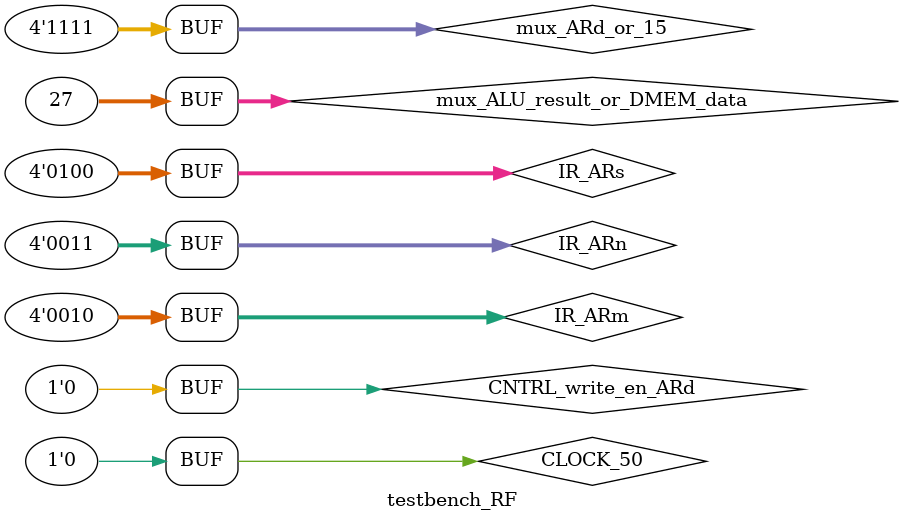
<source format=sv>
module testbench_RF();

logic		        			CLOCK_50;
logic		   [3:0]		   IR_ARn;
logic		   [3:0]   		IR_ARs;
logic	      [3:0]  		IR_ARm;
logic	      [3:0]  		mux_ARd_or_15;
logic			 				CNTRL_write_en_ARd;
logic       [15:0]  		PC_next;
logic			[31:0]		mux_ALU_result_or_DMEM_data;

//outputs
logic			[31:0]			Rn;
logic			[31:0]			Rs;
logic			[31:0]			Rm;
logic			[31:0]			Rd;
logic			[15:0]		PC_out;



always
  begin
    #20 CLOCK_50 = 1;
    #20 CLOCK_50 = 0;
  end

always @(posedge CLOCK_50)
	begin
		PC_next = PC_next + 1;
	end

initial
  begin
	 PC_next = 0;
#40
	 // in R7 write 19
	 mux_ARd_or_15 = 7;
	 mux_ALU_result_or_DMEM_data = 19;
	 CNTRL_write_en_ARd = 1;
#40
	 // in R3 write 21
	 mux_ARd_or_15 = 3;
	 mux_ALU_result_or_DMEM_data = 21;
#40
	 // in R4 write 20
	 mux_ARd_or_15 = 4;
	 mux_ALU_result_or_DMEM_data = 20;
#40
	 // in R15 write 99
	 mux_ARd_or_15 = 15;
	 mux_ALU_result_or_DMEM_data = 99;
#40
	 // in R2 write 27
	 mux_ARd_or_15 = 2;
	 mux_ALU_result_or_DMEM_data = 27;
#40
	 CNTRL_write_en_ARd = 0;
#40
	 IR_ARn = 7;
	 IR_ARs = 3;
	 IR_ARm = 4;
	 mux_ARd_or_15 = 2;
#40
    IR_ARn = 3;
	 IR_ARs = 4;
	 IR_ARm = 2;
	 mux_ARd_or_15 = 15;
  end
 
 reg_file inst (CLOCK_50, IR_ARn, IR_ARs, IR_ARm, mux_ARd_or_15, CNTRL_write_en_ARd, PC_next, mux_ALU_result_or_DMEM_data, Rn, Rs, Rm, Rd, PC_out);
  

endmodule
</source>
